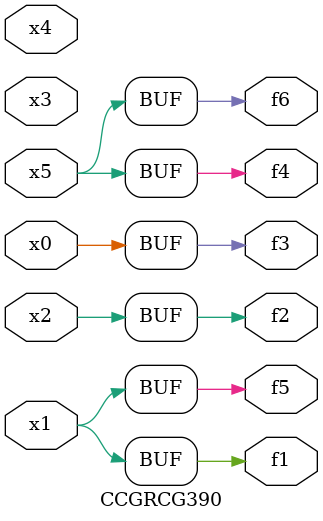
<source format=v>
module CCGRCG390(
	input x0, x1, x2, x3, x4, x5,
	output f1, f2, f3, f4, f5, f6
);
	assign f1 = x1;
	assign f2 = x2;
	assign f3 = x0;
	assign f4 = x5;
	assign f5 = x1;
	assign f6 = x5;
endmodule

</source>
